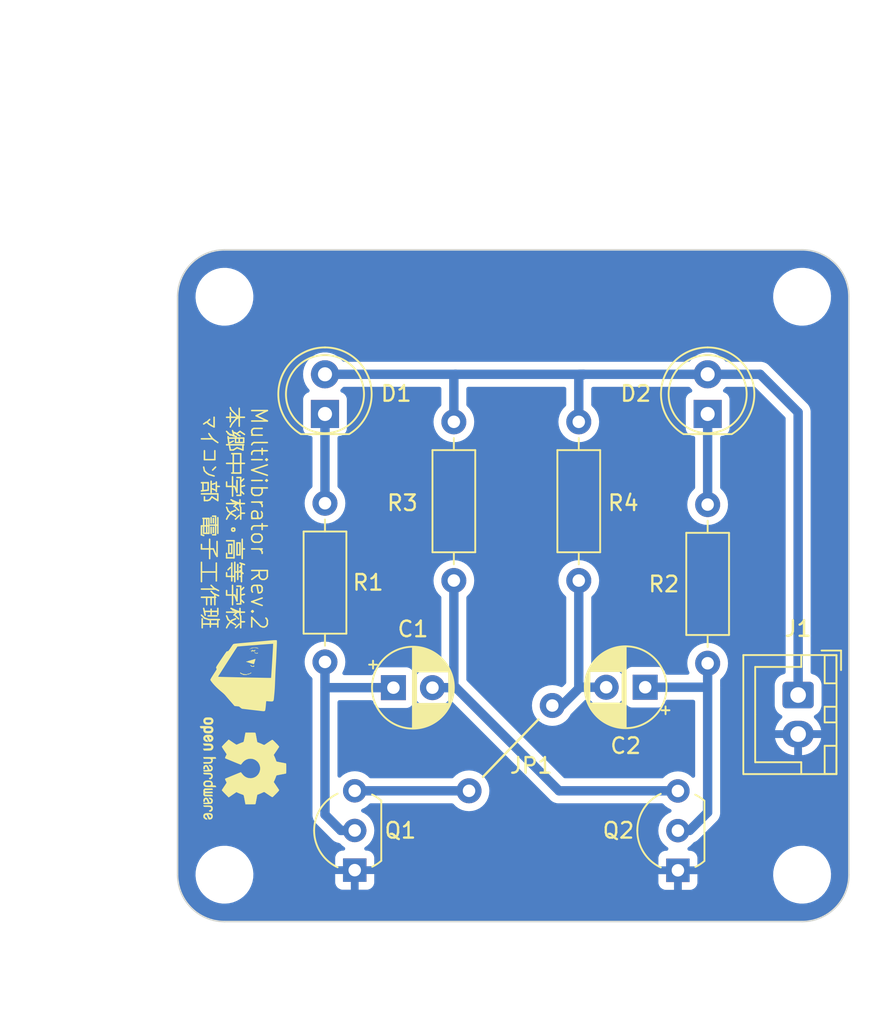
<source format=kicad_pcb>
(kicad_pcb (version 20221018) (generator pcbnew)
  (layers (0 "F.Cu" jumper) (31 "B.Cu" signal) (34 "B.Paste" user) (35 "F.Paste" user) (36 "B.SilkS" user "B.Silkscreen") (37 "F.SilkS" user "F.Silkscreen") (38 "B.Mask" user) (39 "F.Mask" user) (44 "Edge.Cuts" user))
  (net 0 "")
  (net 1 "Net-(Q1-C)")
  (net 2 "Net-(Q2-B)")
  (net 3 "Net-(Q2-C)")
  (net 4 "Net-(Q1-B)")
  (net 5 "Net-(D1-K)")
  (net 6 "+3V0")
  (net 7 "Net-(D2-K)")
  (net 8 "GND")
  (footprint "LED_THT:LED_D5.0mm" (layer "F.Cu") (at 115.951 63.505 90)
    (fp_text reference "D2" (at 1.305 -4.605 180) (layer "F.SilkS"))
    (fp_text value "LED")
    (pad "1" thru_hole rect (at 0 0 90) (size 1.8 1.8) (drill 0.9) (layers "*.Cu" "*.Mask") (net 7 "Net-(D2-K)"))
    (pad "2" thru_hole circle (at 2.54 0 90) (size 1.8 1.8) (drill 0.9) (layers "*.Cu" "*.Mask") (net 6 "+3V0"))
  )
  (footprint "Resistor_THT:R_Axial_DIN0207_L6.3mm_D2.5mm_P10.16mm_Horizontal" (layer "F.Cu") (at 91.44 69.22 -90)
    (fp_text reference "R1" (at 5.075 -2.76 -180) (layer "F.SilkS"))
    (fp_text value "330")
    (pad "1" thru_hole circle (at 0 0 270) (size 1.6 1.6) (drill 0.8) (layers "*.Cu" "*.Mask") (net 5 "Net-(D1-K)"))
    (pad "2" thru_hole oval (at 10.16 0 270) (size 1.6 1.6) (drill 0.8) (layers "*.Cu" "*.Mask") (net 1 "Net-(Q1-C)"))
  )
  (footprint "Package_TO_SOT_THT:TO-92L_Inline_Wide" (layer "F.Cu") (at 93.345 92.71 90)
    (fp_text reference "Q1" (at 2.54 2.921 180) (layer "F.SilkS"))
    (fp_text value "2SC1815")
    (pad "1" thru_hole rect (at 0 0 90) (size 1.5 1.5) (drill 0.8) (layers "*.Cu" "*.Mask") (net 8 "GND"))
    (pad "2" thru_hole circle (at 2.54 0 90) (size 1.5 1.5) (drill 0.8) (layers "*.Cu" "*.Mask") (net 1 "Net-(Q1-C)"))
    (pad "3" thru_hole circle (at 5.08 0 90) (size 1.5 1.5) (drill 0.8) (layers "*.Cu" "*.Mask") (net 4 "Net-(Q1-B)"))
  )
  (footprint "" (layer "F.Cu") (at 106 82.169)
    (fp_text reference "" (at 0 0) (layer "F.SilkS") (effects (font (size 1.27 1.27))))
    (fp_text value "" (at 0 0) (layer "F.SilkS") (effects (font (size 1.27 1.27))))
    (pad "1" thru_hole oval (at 0 0 270) (size 1.6 1.6) (drill 0.8) (layers "*.Cu" "*.Mask") (net 4 "Net-(Q1-B)"))
  )
  (footprint "LED_THT:LED_D5.0mm" (layer "F.Cu") (at 91.44 63.505 90)
    (fp_text reference "D1" (at 1.305 4.56 180) (layer "F.SilkS"))
    (fp_text value "LED")
    (pad "1" thru_hole rect (at 0 0 90) (size 1.8 1.8) (drill 0.9) (layers "*.Cu" "*.Mask") (net 5 "Net-(D1-K)"))
    (pad "2" thru_hole circle (at 2.54 0 90) (size 1.8 1.8) (drill 0.9) (layers "*.Cu" "*.Mask") (net 6 "+3V0"))
  )
  (footprint "MountingHole:MountingHole_3.2mm_M3" (layer "F.Cu") (at 122 56)
    (fp_text reference "H2" hide)
    (fp_text value "MountingHole")
    (pad "" np_thru_hole circle (at 0 0) (size 3.2 3.2) (drill 3.2) (layers "*.Cu" "*.Mask"))
  )
  (footprint "MountingHole:MountingHole_3.2mm_M3" (layer "F.Cu") (at 85 93)
    (fp_text reference "H3" hide)
    (fp_text value "MountingHole")
    (pad "" np_thru_hole circle (at 0 0) (size 3.2 3.2) (drill 3.2) (layers "*.Cu" "*.Mask"))
  )
  (footprint "Connector_JST:JST_XH_B2B-XH-A_1x02_P2.50mm_Vertical" (layer "F.Cu") (at 121.746 81.5 -90)
    (fp_text reference "J1" (at -4.25 0 -180) (layer "F.SilkS"))
    (fp_text value "Conn_01x02_Pin")
    (pad "1" thru_hole roundrect (at 0 0 270) (size 1.7 2) (drill 1) (layers "*.Cu" "*.Mask") (roundrect_rratio 0.147059) (net 6 "+3V0"))
    (pad "2" thru_hole oval (at 2.5 0 270) (size 1.7 2) (drill 1) (layers "*.Cu" "*.Mask") (net 8 "GND"))
  )
  (footprint "" (layer "F.Cu") (at 100.666 87.63)
    (fp_text reference "" (at 0 0) (layer "F.SilkS") (effects (font (size 1.27 1.27))))
    (fp_text value "" (at 0 0) (layer "F.SilkS") (effects (font (size 1.27 1.27))))
    (pad "1" thru_hole oval (at 0 0 270) (size 1.6 1.6) (drill 0.8) (layers "*.Cu" "*.Mask") (net 4 "Net-(Q1-B)"))
  )
  (footprint "MountingHole:MountingHole_3.2mm_M3" (layer "F.Cu") (at 122 93)
    (fp_text reference "H4" hide)
    (fp_text value "MountingHole")
    (pad "" np_thru_hole circle (at 0 0) (size 3.2 3.2) (drill 3.2) (layers "*.Cu" "*.Mask"))
  )
  (footprint "Package_TO_SOT_THT:TO-92L_Inline_Wide" (layer "F.Cu") (at 114.046 92.72 90)
    (fp_text reference "Q2" (at 2.55 -3.81 180) (layer "F.SilkS"))
    (fp_text value "2SC1815")
    (pad "1" thru_hole rect (at 0 0 90) (size 1.5 1.5) (drill 0.8) (layers "*.Cu" "*.Mask") (net 8 "GND"))
    (pad "2" thru_hole circle (at 2.54 0 90) (size 1.5 1.5) (drill 0.8) (layers "*.Cu" "*.Mask") (net 3 "Net-(Q2-C)"))
    (pad "3" thru_hole circle (at 5.08 0 90) (size 1.5 1.5) (drill 0.8) (layers "*.Cu" "*.Mask") (net 2 "Net-(Q2-B)"))
  )
  (footprint "Resistor_THT:R_Axial_DIN0207_L6.3mm_D2.5mm_P10.16mm_Horizontal" (layer "F.Cu") (at 107.696 64.008 -90)
    (fp_text reference "R4" (at 5.192 -2.85 -180) (layer "F.SilkS"))
    (fp_text value "10k")
    (pad "1" thru_hole circle (at 0 0 270) (size 1.6 1.6) (drill 0.8) (layers "*.Cu" "*.Mask") (net 6 "+3V0"))
    (pad "2" thru_hole oval (at 10.16 0 270) (size 1.6 1.6) (drill 0.8) (layers "*.Cu" "*.Mask") (net 4 "Net-(Q1-B)"))
  )
  (footprint "Symbol:OSHW-Logo2_7.3x6mm_SilkScreen" (layer "F.Cu") (at 86.2 86.2 -90)
    (fp_text reference "REF**" hide)
    (fp_text value "OSHW-Logo2_7.3x6mm_SilkScreen" hide)
  )
  (footprint "MountingHole:MountingHole_3.2mm_M3" (layer "F.Cu") (at 85 56)
    (fp_text reference "H1" hide)
    (fp_text value "MountingHole")
    (pad "" np_thru_hole circle (at 0 0) (size 3.2 3.2) (drill 3.2) (layers "*.Cu" "*.Mask"))
  )
  (footprint "Capacitor_THT:CP_Radial_D5.0mm_P2.50mm" (layer "F.Cu") (at 95.822888 81.026)
    (fp_text reference "C1" (at 1.25 -3.75) (layer "F.SilkS"))
    (fp_text value "100u")
    (pad "1" thru_hole rect (at 0 0) (size 1.6 1.6) (drill 0.8) (layers "*.Cu" "*.Mask") (net 1 "Net-(Q1-C)"))
    (pad "2" thru_hole circle (at 2.5 0) (size 1.6 1.6) (drill 0.8) (layers "*.Cu" "*.Mask") (net 2 "Net-(Q2-B)"))
  )
  (footprint "Resistor_THT:R_Axial_DIN0207_L6.3mm_D2.5mm_P10.16mm_Horizontal" (layer "F.Cu") (at 115.951 69.305 -90)
    (fp_text reference "R2" (at 5.095 2.805 -180) (layer "F.SilkS"))
    (fp_text value "330")
    (pad "1" thru_hole circle (at 0 0 270) (size 1.6 1.6) (drill 0.8) (layers "*.Cu" "*.Mask") (net 7 "Net-(D2-K)"))
    (pad "2" thru_hole oval (at 10.16 0 270) (size 1.6 1.6) (drill 0.8) (layers "*.Cu" "*.Mask") (net 3 "Net-(Q2-C)"))
  )
  (footprint "Library:mcc_logo" (layer "F.Cu") (at 86.2 80.4 -90)
    (fp_text reference "G***" hide)
    (fp_text value "LOGO" hide)
  )
  (footprint "Resistor_THT:R_Axial_DIN0207_L6.3mm_D2.5mm_P10.16mm_Horizontal" (layer "F.Cu") (at 99.695 64.008 -90)
    (fp_text reference "R3" (at 5.192 3.295 -180) (layer "F.SilkS"))
    (fp_text value "10k")
    (pad "1" thru_hole circle (at 0 0 270) (size 1.6 1.6) (drill 0.8) (layers "*.Cu" "*.Mask") (net 6 "+3V0"))
    (pad "2" thru_hole oval (at 10.16 0 270) (size 1.6 1.6) (drill 0.8) (layers "*.Cu" "*.Mask") (net 2 "Net-(Q2-B)"))
  )
  (footprint "Capacitor_THT:CP_Radial_D5.0mm_P2.50mm" (layer "F.Cu") (at 111.949113 81 180)
    (fp_text reference "C2" (at 1.25 -3.75 180) (layer "F.SilkS"))
    (fp_text value "100u")
    (pad "1" thru_hole rect (at 0 0 180) (size 1.6 1.6) (drill 0.8) (layers "*.Cu" "*.Mask") (net 3 "Net-(Q2-C)"))
    (pad "2" thru_hole circle (at 2.5 0 180) (size 1.6 1.6) (drill 0.8) (layers "*.Cu" "*.Mask") (net 4 "Net-(Q1-B)"))
  )
  (gr_line (start 101.555 86.741) (end 105.111 83.058) (stroke (width 0.15)) (layer "F.SilkS"))
  (gr_arc (start 85 96) (mid 82.87868 95.12132) (end 82 93) (stroke (width 0.1)) (layer "Edge.Cuts"))
  (gr_arc (start 82 56) (mid 82.87868 53.87868) (end 85 53) (stroke (width 0.1)) (layer "Edge.Cuts"))
  (gr_line (start 122 96) (end 85 96) (stroke (width 0.1)) (layer "Edge.Cuts"))
  (gr_line (start 125 56) (end 125 93) (stroke (width 0.1)) (layer "Edge.Cuts"))
  (gr_line (start 82 93) (end 82 56) (stroke (width 0.1)) (layer "Edge.Cuts"))
  (gr_arc (start 122 53) (mid 124.12132 53.87868) (end 125 56) (stroke (width 0.1)) (layer "Edge.Cuts"))
  (gr_line (start 85 53) (end 122 53) (stroke (width 0.1)) (layer "Edge.Cuts"))
  (gr_arc (start 125 93) (mid 124.12132 95.12132) (end 122 96) (stroke (width 0.1)) (layer "Edge.Cuts"))
  (gr_text "JP1" (at 103.193 86.6) (layer "F.SilkS") (effects (font (size 1 1)) (justify left bottom)))
  (gr_text "MultiVibrator Rev.2\n本郷中学校・高等学校\nマイコン部 電子工作班" (at 83.4 77.4 270) (layer "F.SilkS") (effects (font (size 1 1) (thickness 0.1)) (justify right bottom)))
  (segment (start 91.44 81) (end 91.44 89.154) (width 0.6) (layer "B.Cu") (net 1))
  (segment (start 91.466 81.026) (end 91.44 81) (width 0.6) (layer "B.Cu") (net 1))
  (segment (start 96 81.026) (end 91.466 81.026) (width 0.6) (layer "B.Cu") (net 1))
  (segment (start 92.456 90.17) (end 93.345 90.17) (width 0.6) (layer "B.Cu") (net 1))
  (segment (start 91.44 79.38) (end 91.44 81) (width 0.6) (layer "B.Cu") (net 1))
  (segment (start 91.44 89.154) (end 92.456 90.17) (width 0.6) (layer "B.Cu") (net 1))
  (segment (start 99.695 80.921) (end 99.8 81.026) (width 0.6) (layer "B.Cu") (net 2))
  (segment (start 98.5 81.026) (end 99.8 81.026) (width 0.6) (layer "B.Cu") (net 2))
  (segment (start 99.8 81.026) (end 99.826 81.026) (width 0.6) (layer "B.Cu") (net 2))
  (segment (start 99.826 81.026) (end 106.43 87.63) (width 0.6) (layer "B.Cu") (net 2))
  (segment (start 99.695 74.168) (end 99.695 80.921) (width 0.6) (layer "B.Cu") (net 2))
  (segment (start 106.43 87.63) (end 114.3 87.63) (width 0.6) (layer "B.Cu") (net 2))
  (segment (start 115.951 79.465) (end 115.951 81) (width 0.6) (layer "B.Cu") (net 3))
  (segment (start 111.746 81) (end 115.951 81) (width 0.6) (layer "B.Cu") (net 3))
  (segment (start 115.951 89.011325) (end 115.951 81) (width 0.6) (layer "B.Cu") (net 3))
  (segment (start 114.792325 90.17) (end 115.951 89.011325) (width 0.6) (layer "B.Cu") (net 3))
  (segment (start 107.696 74.168) (end 107.696 81.05) (width 0.6) (layer "B.Cu") (net 4))
  (segment (start 106.6038 82.169) (end 107.696 81.0768) (width 0.6) (layer "B.Cu") (net 4))
  (segment (start 109.449113 81) (end 107.746 81) (width 0.6) (layer "B.Cu") (net 4))
  (segment (start 107.746 81) (end 107.696 81.05) (width 0.6) (layer "B.Cu") (net 4))
  (segment (start 100.666 87.63) (end 93.345 87.63) (width 0.6) (layer "B.Cu") (net 4))
  (segment (start 91.44 63.505) (end 91.44 69.22) (width 0.6) (layer "B.Cu") (net 5))
  (segment (start 99.695 64.008) (end 99.695 61.07) (width 0.6) (layer "B.Cu") (net 6))
  (segment (start 107.95 61.015) (end 108 60.965) (width 0.6) (layer "B.Cu") (net 6))
  (segment (start 107.696 64.008) (end 107.696 61.015) (width 0.6) (layer "B.Cu") (net 6))
  (segment (start 99.695 61.07) (end 99.8 60.965) (width 0.6) (layer "B.Cu") (net 6))
  (segment (start 121.746 63.4) (end 119.311 60.965) (width 0.6) (layer "B.Cu") (net 6))
  (segment (start 119.311 60.965) (end 115.951 60.965) (width 0.6) (layer "B.Cu") (net 6))
  (segment (start 121.746 81.46) (end 121.746 63.4) (width 0.6) (layer "B.Cu") (net 6))
  (segment (start 107.746 60.965) (end 115.951 60.965) (width 0.6) (layer "B.Cu") (net 6))
  (segment (start 99.8 60.965) (end 108 60.965) (width 0.6) (layer "B.Cu") (net 6))
  (segment (start 91.44 60.965) (end 99.8 60.965) (width 0.6) (layer "B.Cu") (net 6))
  (segment (start 115.951 63.505) (end 115.951 69.305) (width 0.6) (layer "B.Cu") (net 7))
  (zone (net 8) (net_name "GND") (layer "B.Cu") (connect_pads (clearance 0.5)) (min_thickness 0.25) (fill yes (thermal_gap 0.5) (thermal_bridge_width 0.5))
    (polygon (pts (xy 82 53) (xy 82 96) (xy 125 96) (xy 125 53)))
  )
)
</source>
